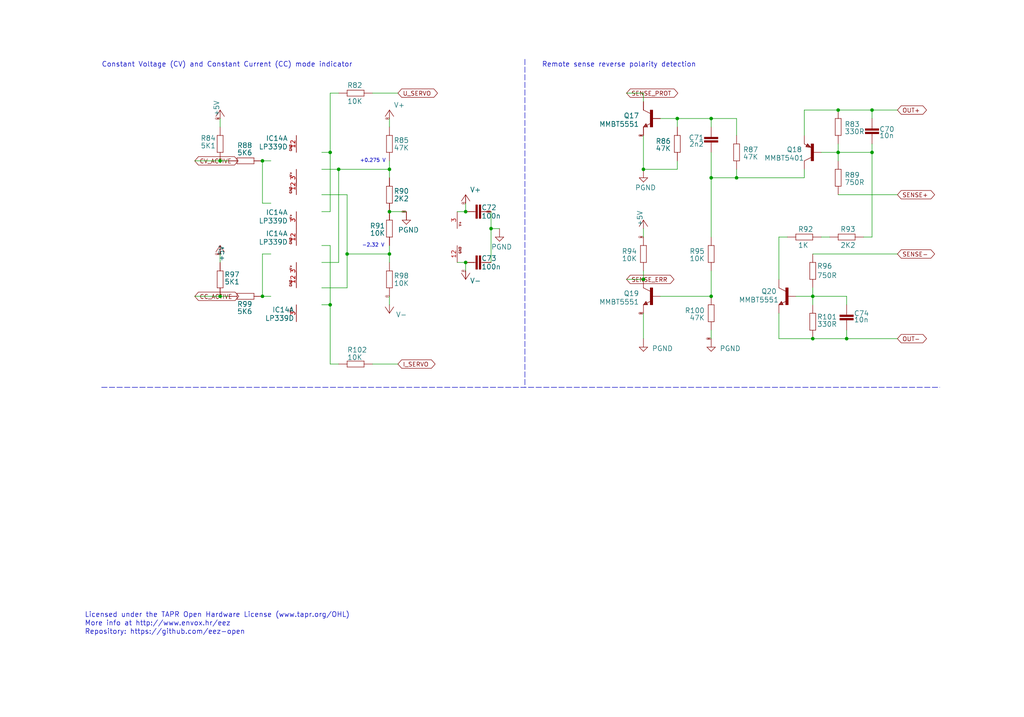
<source format=kicad_sch>
(kicad_sch (version 20210406) (generator eeschema)
  (paper "User" 307.213 215.087)
  (title_block (title "EEZ PSU consolidated") (rev "r5B13a") (comment 4 "CC/CV indicators, Sense error detection"))
  (lib_symbols
    (symbol "EEZ_PSU_consolidated_r5B13a-eagle-import:+5V" (power) (pin_names (offset 1.016))
      (property "Value" "+5V" (at -2.54 -5.08 90))
      (symbol "+5V_1_0"
        (polyline (pts (xy 0 0) (xy -1.27 -1.905)))
        (polyline (pts (xy 1.27 -1.905) (xy 0 0)))
        (pin power_in line (at 0 -2.54 90) (length 2.54) (name "+5V") (number "1"))
      )
    )
    (symbol "EEZ_PSU_consolidated_r5B13a-eagle-import:-NPN-SOT23-BEC" (pin_names (offset 1.016))
      (property "Reference" "T" (at -10.16 7.62 0))
      (property "Value" "-NPN-SOT23-BEC" (at -10.16 5.08 0))
      (symbol "-NPN-SOT23-BEC_1_0"
        (rectangle (start -0.254 -2.54) (end 0.508 2.54) (fill (type outline)))
        (polyline (pts (xy 1.27 -2.54) (xy 1.778 -1.524)))
        (polyline (pts (xy 1.524 -2.413) (xy 2.286 -2.413)))
        (polyline (pts (xy 1.524 -2.286) (xy 1.905 -2.286)))
        (polyline (pts (xy 1.524 -2.032) (xy 0.3048 -1.4224)))
        (polyline (pts (xy 1.778 -1.778) (xy 1.524 -2.286)))
        (polyline (pts (xy 1.778 -1.524) (xy 2.54 -2.54)))
        (polyline (pts (xy 1.905 -2.286) (xy 1.778 -2.032)))
        (polyline (pts (xy 2.286 -2.413) (xy 1.778 -1.778)))
        (polyline (pts (xy 2.54 -2.54) (xy 1.27 -2.54)))
        (polyline (pts (xy 2.54 2.54) (xy 0.508 1.524)))
        (pin passive line (at -2.54 0 0) (length 2.54) (name "B") (number "B"))
        (pin passive line (at 2.54 5.08 270) (length 2.54) (name "C") (number "C"))
        (pin passive line (at 2.54 -5.08 90) (length 2.54) (name "E") (number "E"))
      )
    )
    (symbol "EEZ_PSU_consolidated_r5B13a-eagle-import:-PNP-SOT23-BEC" (pin_names (offset 1.016))
      (property "Reference" "T" (at -10.16 7.62 0))
      (property "Value" "-PNP-SOT23-BEC" (at -10.16 5.08 0))
      (symbol "-PNP-SOT23-BEC_1_0"
        (rectangle (start -0.254 -2.54) (end 0.508 2.54) (fill (type outline)))
        (polyline (pts (xy 0.508 1.4732) (xy 2.0828 1.6764)))
        (polyline (pts (xy 0.762 1.651) (xy 1.778 1.778)))
        (polyline (pts (xy 1.143 1.905) (xy 1.524 1.905)))
        (polyline (pts (xy 1.524 2.159) (xy 1.143 1.905)))
        (polyline (pts (xy 1.524 2.413) (xy 0.762 1.651)))
        (polyline (pts (xy 1.5748 2.5908) (xy 0.508 1.4732)))
        (polyline (pts (xy 1.778 1.778) (xy 1.524 2.159)))
        (polyline (pts (xy 1.905 1.778) (xy 1.524 2.413)))
        (polyline (pts (xy 2.0828 1.6764) (xy 1.5748 2.5908)))
        (polyline (pts (xy 2.54 -2.54) (xy 0.508 -1.524)))
        (polyline (pts (xy 2.54 2.54) (xy 1.8034 2.1082)))
        (pin passive line (at -2.54 0 0) (length 2.54) (name "B") (number "B"))
        (pin passive line (at 2.54 -5.08 90) (length 2.54) (name "C") (number "C"))
        (pin passive line (at 2.54 5.08 270) (length 2.54) (name "E") (number "E"))
      )
    )
    (symbol "EEZ_PSU_consolidated_r5B13a-eagle-import:C-EUC0603" (pin_names (offset 1.016))
      (property "Reference" "C" (at 1.524 0.381 0))
      (property "Value" "C-EUC0603" (at 1.524 -4.699 0))
      (symbol "C-EUC0603_1_0"
        (rectangle (start -2.032 -2.032) (end 2.032 -1.524) (fill (type outline)))
        (rectangle (start -2.032 -1.016) (end 2.032 -0.508) (fill (type outline)))
        (polyline (pts (xy 0 -2.54) (xy 0 -2.032)))
        (polyline (pts (xy 0 0) (xy 0 -0.508)))
        (pin passive line (at 0 2.54 270) (length 2.54) (name "1") (number "1"))
        (pin passive line (at 0 -5.08 90) (length 2.54) (name "2") (number "2"))
      )
    )
    (symbol "EEZ_PSU_consolidated_r5B13a-eagle-import:C-EUC0805" (pin_names (offset 1.016))
      (property "Reference" "C" (at 1.524 0.381 0))
      (property "Value" "C-EUC0805" (at 1.524 -4.699 0))
      (symbol "C-EUC0805_1_0"
        (rectangle (start -2.032 -2.032) (end 2.032 -1.524) (fill (type outline)))
        (rectangle (start -2.032 -1.016) (end 2.032 -0.508) (fill (type outline)))
        (polyline (pts (xy 0 -2.54) (xy 0 -2.032)))
        (polyline (pts (xy 0 0) (xy 0 -0.508)))
        (pin passive line (at 0 2.54 270) (length 2.54) (name "1") (number "1"))
        (pin passive line (at 0 -5.08 90) (length 2.54) (name "2") (number "2"))
      )
    )
    (symbol "EEZ_PSU_consolidated_r5B13a-eagle-import:DINA4_L" (pin_names (offset 1.016))
      (symbol "DINA4_L_2_0"
        (text ">DRAWING_NAME" (at 17.78 19.05 0) (effects (font (size 2.54 2.54)) (justify left bottom)))
        (text ">LAST_DATE_TIME" (at 12.7 1.27 0) (effects (font (size 2.54 2.54)) (justify left bottom)))
        (text ">SHEET" (at 86.36 1.27 0) (effects (font (size 2.54 2.54)) (justify left bottom)))
        (text "Date:" (at 1.27 1.27 0) (effects (font (size 2.54 2.54)) (justify left bottom)))
        (text "Document Number:" (at 1.27 11.43 0) (effects (font (size 2.54 2.54)) (justify left bottom)))
        (text "REV:" (at 88.9 11.43 0) (effects (font (size 2.54 2.54)) (justify left bottom)))
        (text "Sheet:" (at 72.39 1.27 0) (effects (font (size 2.54 2.54)) (justify left bottom)))
        (text "TITLE:" (at 1.27 19.05 0) (effects (font (size 2.54 2.54)) (justify left bottom)))
        (polyline (pts (xy 0 0) (xy 0 5.08)))
        (polyline (pts (xy 0 0) (xy 71.12 0)))
        (polyline (pts (xy 0 5.08) (xy 0 15.24)))
        (polyline (pts (xy 0 5.08) (xy 71.12 5.08)))
        (polyline (pts (xy 0 15.24) (xy 0 22.86)))
        (polyline (pts (xy 0 22.86) (xy 0 35.56)))
        (polyline (pts (xy 0 22.86) (xy 101.6 22.86)))
        (polyline (pts (xy 71.12 0) (xy 101.6 0)))
        (polyline (pts (xy 71.12 5.08) (xy 71.12 0)))
        (polyline (pts (xy 71.12 5.08) (xy 87.63 5.08)))
        (polyline (pts (xy 87.63 5.08) (xy 101.6 5.08)))
        (polyline (pts (xy 87.63 15.24) (xy 0 15.24)))
        (polyline (pts (xy 87.63 15.24) (xy 87.63 5.08)))
        (polyline (pts (xy 101.6 5.08) (xy 101.6 0)))
        (polyline (pts (xy 101.6 15.24) (xy 87.63 15.24)))
        (polyline (pts (xy 101.6 15.24) (xy 101.6 5.08)))
        (polyline (pts (xy 101.6 22.86) (xy 101.6 15.24)))
        (polyline (pts (xy 101.6 35.56) (xy 0 35.56)))
        (polyline (pts (xy 101.6 35.56) (xy 101.6 22.86)))
      )
    )
    (symbol "EEZ_PSU_consolidated_r5B13a-eagle-import:GND" (power) (pin_names (offset 1.016))
      (property "Value" "GND" (at -1.905 -3.175 0))
      (symbol "GND_1_0"
        (polyline (pts (xy -1.27 0) (xy 1.27 0)))
        (polyline (pts (xy 0 -1.27) (xy -1.27 0)))
        (polyline (pts (xy 1.27 0) (xy 0 -1.27)))
        (pin power_in line (at 0 2.54 270) (length 2.54) (name "GND") (number "1"))
      )
    )
    (symbol "EEZ_PSU_consolidated_r5B13a-eagle-import:LM339SO14" (pin_names (offset 1.016))
      (property "Reference" "IC" (at 2.54 3.175 0))
      (property "Value" "LM339SO14" (at 2.54 -5.08 0))
      (symbol "LM339SO14_1_0"
        (text "GND" (at 1.27 -5.08 900) (effects (font (size 0.6858 0.6858)) (justify left bottom)))
        (text "V+" (at 1.27 3.175 900) (effects (font (size 0.6858 0.6858)) (justify left bottom)))
        (pin power_in line (at 0 -7.62 90) (length 5.08) (name "GND") (number "12"))
        (pin power_in line (at 0 7.62 270) (length 5.08) (name "V+") (number "3"))
      )
      (symbol "LM339SO14_2_0"
        (polyline (pts (xy -5.08 -5.08) (xy 5.08 0)))
        (polyline (pts (xy -5.08 5.08) (xy -5.08 -5.08)))
        (polyline (pts (xy -4.445 -2.54) (xy -3.175 -2.54)))
        (polyline (pts (xy -4.445 2.54) (xy -3.175 2.54)))
        (polyline (pts (xy -3.81 3.175) (xy -3.81 1.905)))
        (polyline (pts (xy 5.08 0) (xy -5.08 5.08)))
        (pin open_collector line (at 7.62 0 180) (length 2.54) (name "OUT") (number "1"))
        (pin input line (at -7.62 -2.54 0) (length 2.54) (name "-IN") (number "6"))
        (pin input line (at -7.62 2.54 0) (length 2.54) (name "+IN") (number "7"))
      )
      (symbol "LM339SO14_3_0"
        (polyline (pts (xy -5.08 -5.08) (xy 5.08 0)))
        (polyline (pts (xy -5.08 5.08) (xy -5.08 -5.08)))
        (polyline (pts (xy -4.445 -2.54) (xy -3.175 -2.54)))
        (polyline (pts (xy -4.445 2.54) (xy -3.175 2.54)))
        (polyline (pts (xy -3.81 3.175) (xy -3.81 1.905)))
        (polyline (pts (xy 5.08 0) (xy -5.08 5.08)))
        (pin open_collector line (at 7.62 0 180) (length 2.54) (name "OUT") (number "2"))
        (pin input line (at -7.62 -2.54 0) (length 2.54) (name "-IN") (number "4"))
        (pin input line (at -7.62 2.54 0) (length 2.54) (name "+IN") (number "5"))
      )
      (symbol "LM339SO14_4_0"
        (polyline (pts (xy -5.08 -5.08) (xy 5.08 0)))
        (polyline (pts (xy -5.08 5.08) (xy -5.08 -5.08)))
        (polyline (pts (xy -4.445 -2.54) (xy -3.175 -2.54)))
        (polyline (pts (xy -4.445 2.54) (xy -3.175 2.54)))
        (polyline (pts (xy -3.81 3.175) (xy -3.81 1.905)))
        (polyline (pts (xy 5.08 0) (xy -5.08 5.08)))
        (pin open_collector line (at 7.62 0 180) (length 2.54) (name "OUT") (number "14"))
        (pin input line (at -7.62 -2.54 0) (length 2.54) (name "-IN") (number "8"))
        (pin input line (at -7.62 2.54 0) (length 2.54) (name "+IN") (number "9"))
      )
      (symbol "LM339SO14_5_0"
        (polyline (pts (xy -5.08 -5.08) (xy 5.08 0)))
        (polyline (pts (xy -5.08 5.08) (xy -5.08 -5.08)))
        (polyline (pts (xy -4.445 -2.54) (xy -3.175 -2.54)))
        (polyline (pts (xy -4.445 2.54) (xy -3.175 2.54)))
        (polyline (pts (xy -3.81 3.175) (xy -3.81 1.905)))
        (polyline (pts (xy 5.08 0) (xy -5.08 5.08)))
        (pin input line (at -7.62 -2.54 0) (length 2.54) (name "-IN") (number "10"))
        (pin input line (at -7.62 2.54 0) (length 2.54) (name "+IN") (number "11"))
        (pin open_collector line (at 7.62 0 180) (length 2.54) (name "OUT") (number "13"))
      )
    )
    (symbol "EEZ_PSU_consolidated_r5B13a-eagle-import:R-EU_R0805" (pin_names (offset 1.016))
      (property "Reference" "R" (at -3.81 1.4986 0))
      (property "Value" "R-EU_R0805" (at -3.81 -3.302 0))
      (symbol "R-EU_R0805_1_0"
        (polyline (pts (xy -2.54 -0.889) (xy -2.54 0.889)))
        (polyline (pts (xy -2.54 -0.889) (xy 2.54 -0.889)))
        (polyline (pts (xy 2.54 -0.889) (xy 2.54 0.889)))
        (polyline (pts (xy 2.54 0.889) (xy -2.54 0.889)))
        (pin passive line (at -5.08 0 0) (length 2.54) (name "1") (number "1"))
        (pin passive line (at 5.08 0 180) (length 2.54) (name "2") (number "2"))
      )
    )
    (symbol "EEZ_PSU_consolidated_r5B13a-eagle-import:V+" (power) (pin_names (offset 1.016))
      (property "Value" "V+" (at -1.27 1.27 0))
      (symbol "V+_1_0"
        (polyline (pts (xy 0 0) (xy -1.27 -1.905)))
        (polyline (pts (xy 1.27 -1.905) (xy 0 0)))
        (pin power_in line (at 0 -2.54 90) (length 2.54) (name "V+") (number "1"))
      )
    )
    (symbol "EEZ_PSU_consolidated_r5B13a-eagle-import:V-" (power) (pin_names (offset 1.016))
      (property "Value" "V-" (at -1.27 -2.54 0))
      (symbol "V-_1_0"
        (polyline (pts (xy -1.27 1.905) (xy 0 0)))
        (polyline (pts (xy 0 0) (xy 1.27 1.905)))
        (pin power_in line (at 0 2.54 270) (length 2.54) (name "V-") (number "1"))
      )
    )
  )
  (junction (at 66.04 48.26) (diameter 0.9144))
  (junction (at 66.04 88.9) (diameter 0.9144))
  (junction (at 78.74 48.26) (diameter 0.9144))
  (junction (at 78.74 88.9) (diameter 0.9144))
  (junction (at 99.06 45.72) (diameter 0.9144))
  (junction (at 99.06 91.44) (diameter 0.9144))
  (junction (at 101.6 50.8) (diameter 0.9144))
  (junction (at 104.14 76.2) (diameter 0.9144))
  (junction (at 116.84 50.8) (diameter 0.9144))
  (junction (at 116.84 63.5) (diameter 0.9144))
  (junction (at 116.84 76.2) (diameter 0.9144))
  (junction (at 139.7 63.5) (diameter 0.9144))
  (junction (at 139.7 78.74) (diameter 0.9144))
  (junction (at 147.32 68.58) (diameter 0.9144))
  (junction (at 193.04 50.8) (diameter 0.9144))
  (junction (at 193.04 83.82) (diameter 0.9144))
  (junction (at 203.2 35.56) (diameter 0.9144))
  (junction (at 213.36 35.56) (diameter 0.9144))
  (junction (at 213.36 53.34) (diameter 0.9144))
  (junction (at 213.36 88.9) (diameter 0.9144))
  (junction (at 220.98 53.34) (diameter 0.9144))
  (junction (at 243.84 88.9) (diameter 0.9144))
  (junction (at 243.84 101.6) (diameter 0.9144))
  (junction (at 251.46 33.02) (diameter 0.9144))
  (junction (at 251.46 45.72) (diameter 0.9144))
  (junction (at 254 101.6) (diameter 0.9144))
  (junction (at 261.62 33.02) (diameter 0.9144))
  (junction (at 261.62 45.72) (diameter 0.9144))
  (wire (pts (xy 58.42 88.9) (xy 66.04 88.9)))
  (wire (pts (xy 66.04 35.56) (xy 66.04 38.1)))
  (wire (pts (xy 66.04 48.26) (xy 58.42 48.26)))
  (wire (pts (xy 66.04 76.2) (xy 66.04 78.74)))
  (wire (pts (xy 68.58 48.26) (xy 66.04 48.26)))
  (wire (pts (xy 68.58 88.9) (xy 66.04 88.9)))
  (wire (pts (xy 78.74 60.96) (xy 78.74 48.26)))
  (wire (pts (xy 78.74 76.2) (xy 78.74 88.9)))
  (wire (pts (xy 81.28 48.26) (xy 78.74 48.26)))
  (wire (pts (xy 81.28 60.96) (xy 78.74 60.96)))
  (wire (pts (xy 81.28 76.2) (xy 78.74 76.2)))
  (wire (pts (xy 81.28 88.9) (xy 78.74 88.9)))
  (wire (pts (xy 96.52 45.72) (xy 99.06 45.72)))
  (wire (pts (xy 96.52 50.8) (xy 101.6 50.8)))
  (wire (pts (xy 96.52 58.42) (xy 104.14 58.42)))
  (wire (pts (xy 96.52 73.66) (xy 99.06 73.66)))
  (wire (pts (xy 99.06 27.94) (xy 99.06 45.72)))
  (wire (pts (xy 99.06 45.72) (xy 99.06 63.5)))
  (wire (pts (xy 99.06 63.5) (xy 96.52 63.5)))
  (wire (pts (xy 99.06 73.66) (xy 99.06 91.44)))
  (wire (pts (xy 99.06 91.44) (xy 96.52 91.44)))
  (wire (pts (xy 99.06 109.22) (xy 99.06 91.44)))
  (wire (pts (xy 101.6 27.94) (xy 99.06 27.94)))
  (wire (pts (xy 101.6 50.8) (xy 101.6 78.74)))
  (wire (pts (xy 101.6 50.8) (xy 116.84 50.8)))
  (wire (pts (xy 101.6 78.74) (xy 96.52 78.74)))
  (wire (pts (xy 101.6 109.22) (xy 99.06 109.22)))
  (wire (pts (xy 104.14 58.42) (xy 104.14 76.2)))
  (wire (pts (xy 104.14 76.2) (xy 104.14 86.36)))
  (wire (pts (xy 104.14 76.2) (xy 116.84 76.2)))
  (wire (pts (xy 104.14 86.36) (xy 96.52 86.36)))
  (wire (pts (xy 111.76 27.94) (xy 119.38 27.94)))
  (wire (pts (xy 111.76 109.22) (xy 119.38 109.22)))
  (wire (pts (xy 116.84 35.56) (xy 116.84 38.1)))
  (wire (pts (xy 116.84 50.8) (xy 116.84 48.26)))
  (wire (pts (xy 116.84 53.34) (xy 116.84 50.8)))
  (wire (pts (xy 116.84 76.2) (xy 116.84 73.66)))
  (wire (pts (xy 116.84 78.74) (xy 116.84 76.2)))
  (wire (pts (xy 116.84 88.9) (xy 116.84 91.44)))
  (wire (pts (xy 121.92 63.5) (xy 116.84 63.5)))
  (wire (pts (xy 139.7 60.96) (xy 139.7 63.5)))
  (wire (pts (xy 139.7 63.5) (xy 137.16 63.5)))
  (wire (pts (xy 139.7 78.74) (xy 137.16 78.74)))
  (wire (pts (xy 139.7 81.28) (xy 139.7 78.74)))
  (wire (pts (xy 147.32 63.5) (xy 147.32 68.58)))
  (wire (pts (xy 147.32 68.58) (xy 147.32 78.74)))
  (wire (pts (xy 149.86 68.58) (xy 147.32 68.58)))
  (wire (pts (xy 193.04 27.94) (xy 187.96 27.94)))
  (wire (pts (xy 193.04 30.48) (xy 193.04 27.94)))
  (wire (pts (xy 193.04 40.64) (xy 193.04 50.8)))
  (wire (pts (xy 193.04 71.12) (xy 193.04 68.58)))
  (wire (pts (xy 193.04 81.28) (xy 193.04 83.82)))
  (wire (pts (xy 193.04 83.82) (xy 187.96 83.82)))
  (wire (pts (xy 193.04 93.98) (xy 193.04 101.6)))
  (wire (pts (xy 198.12 35.56) (xy 203.2 35.56)))
  (wire (pts (xy 203.2 35.56) (xy 213.36 35.56)))
  (wire (pts (xy 203.2 38.1) (xy 203.2 35.56)))
  (wire (pts (xy 203.2 48.26) (xy 203.2 50.8)))
  (wire (pts (xy 203.2 50.8) (xy 193.04 50.8)))
  (wire (pts (xy 213.36 35.56) (xy 220.98 35.56)))
  (wire (pts (xy 213.36 38.1) (xy 213.36 35.56)))
  (wire (pts (xy 213.36 45.72) (xy 213.36 53.34)))
  (wire (pts (xy 213.36 53.34) (xy 213.36 71.12)))
  (wire (pts (xy 213.36 53.34) (xy 220.98 53.34)))
  (wire (pts (xy 213.36 81.28) (xy 213.36 88.9)))
  (wire (pts (xy 213.36 88.9) (xy 198.12 88.9)))
  (wire (pts (xy 213.36 101.6) (xy 213.36 99.06)))
  (wire (pts (xy 220.98 35.56) (xy 220.98 40.64)))
  (wire (pts (xy 220.98 53.34) (xy 220.98 50.8)))
  (wire (pts (xy 233.68 71.12) (xy 233.68 83.82)))
  (wire (pts (xy 233.68 101.6) (xy 233.68 93.98)))
  (wire (pts (xy 236.22 71.12) (xy 233.68 71.12)))
  (wire (pts (xy 238.76 88.9) (xy 243.84 88.9)))
  (wire (pts (xy 241.3 33.02) (xy 251.46 33.02)))
  (wire (pts (xy 241.3 40.64) (xy 241.3 33.02)))
  (wire (pts (xy 241.3 50.8) (xy 241.3 53.34)))
  (wire (pts (xy 241.3 53.34) (xy 220.98 53.34)))
  (wire (pts (xy 243.84 76.2) (xy 269.24 76.2)))
  (wire (pts (xy 243.84 88.9) (xy 243.84 86.36)))
  (wire (pts (xy 243.84 88.9) (xy 243.84 91.44)))
  (wire (pts (xy 243.84 88.9) (xy 254 88.9)))
  (wire (pts (xy 243.84 101.6) (xy 233.68 101.6)))
  (wire (pts (xy 246.38 45.72) (xy 251.46 45.72)))
  (wire (pts (xy 248.92 71.12) (xy 246.38 71.12)))
  (wire (pts (xy 251.46 33.02) (xy 261.62 33.02)))
  (wire (pts (xy 251.46 45.72) (xy 251.46 43.18)))
  (wire (pts (xy 251.46 45.72) (xy 251.46 48.26)))
  (wire (pts (xy 251.46 45.72) (xy 261.62 45.72)))
  (wire (pts (xy 251.46 58.42) (xy 269.24 58.42)))
  (wire (pts (xy 254 88.9) (xy 254 91.44)))
  (wire (pts (xy 254 99.06) (xy 254 101.6)))
  (wire (pts (xy 254 101.6) (xy 243.84 101.6)))
  (wire (pts (xy 254 101.6) (xy 269.24 101.6)))
  (wire (pts (xy 261.62 33.02) (xy 261.62 35.56)))
  (wire (pts (xy 261.62 33.02) (xy 269.24 33.02)))
  (wire (pts (xy 261.62 43.18) (xy 261.62 45.72)))
  (wire (pts (xy 261.62 45.72) (xy 261.62 71.12)))
  (wire (pts (xy 261.62 71.12) (xy 259.08 71.12)))
  (polyline (pts (xy 30.48 116.205) (xy 281.94 116.205)) (stroke (width 0) (type dash)))
  (polyline (pts (xy 157.48 17.78) (xy 157.48 116.205)) (stroke (width 0) (type dash)))
  (text "Licensed under the TAPR Open Hardware License (www.tapr.org/OHL)" (at 25.4 185.42 0) (effects (font (size 1.4986 1.4986)) (justify left bottom)))
  (text "More info at http://www.envox.hr/eez" (at 25.4 187.96 0) (effects (font (size 1.4986 1.4986)) (justify left bottom)))
  (text "Repository: https://github.com/eez-open" (at 25.4 190.5 0) (effects (font (size 1.4986 1.4986)) (justify left bottom)))
  (text "Constant Voltage (CV) and Constant Current (CC) mode indicator" (at 30.48 20.32 0) (effects (font (size 1.4986 1.4986)) (justify left bottom)))
  (text "+0.275 V" (at 107.95 48.895 0) (effects (font (size 1.0668 1.0668)) (justify left bottom)))
  (text "-2.32 V" (at 108.585 74.295 0) (effects (font (size 1.0668 1.0668)) (justify left bottom)))
  (text "Remote sense reverse polarity detection" (at 162.56 20.32 0) (effects (font (size 1.4986 1.4986)) (justify left bottom)))
  (global_label "CV_ACTIVE" (shape bidirectional) (at 58.42 48.26 0) (property "Intersheet References" "${INTERSHEET_REFS}" (effects hide)))
  (global_label "CC_ACTIVE" (shape bidirectional) (at 58.42 88.9 0) (property "Intersheet References" "${INTERSHEET_REFS}" (effects hide)))
  (global_label "+5V" (shape bidirectional) (at 66.04 35.56 180) (effects (font (size 0.254 0.254))) (property "Intersheet References" "${INTERSHEET_REFS}" (effects hide)))
  (global_label "+5V" (shape bidirectional) (at 66.04 76.2 180) (effects (font (size 0.254 0.254))) (property "Intersheet References" "${INTERSHEET_REFS}" (effects hide)))
  (global_label "V+" (shape bidirectional) (at 116.84 35.56 180) (effects (font (size 0.254 0.254))) (property "Intersheet References" "${INTERSHEET_REFS}" (effects hide)))
  (global_label "V-" (shape bidirectional) (at 116.84 88.9 180) (effects (font (size 0.254 0.254))) (property "Intersheet References" "${INTERSHEET_REFS}" (effects hide)))
  (global_label "U_SERVO" (shape bidirectional) (at 119.38 27.94 0) (property "Intersheet References" "${INTERSHEET_REFS}" (effects hide)))
  (global_label "I_SERVO" (shape bidirectional) (at 119.38 109.22 0) (property "Intersheet References" "${INTERSHEET_REFS}" (effects hide)))
  (global_label "GND" (shape bidirectional) (at 121.92 63.5 180) (effects (font (size 0.254 0.254))) (property "Intersheet References" "${INTERSHEET_REFS}" (effects hide)))
  (global_label "V+" (shape bidirectional) (at 139.7 60.96 180) (effects (font (size 0.254 0.254))) (property "Intersheet References" "${INTERSHEET_REFS}" (effects hide)))
  (global_label "V-" (shape bidirectional) (at 139.7 81.28 180) (effects (font (size 0.254 0.254))) (property "Intersheet References" "${INTERSHEET_REFS}" (effects hide)))
  (global_label "GND" (shape bidirectional) (at 147.32 63.5 180) (effects (font (size 0.254 0.254))) (property "Intersheet References" "${INTERSHEET_REFS}" (effects hide)))
  (global_label "SENSE_PROT" (shape bidirectional) (at 187.96 27.94 0) (property "Intersheet References" "${INTERSHEET_REFS}" (effects hide)))
  (global_label "SENSE_ERR" (shape bidirectional) (at 187.96 83.82 0) (property "Intersheet References" "${INTERSHEET_REFS}" (effects hide)))
  (global_label "GND" (shape bidirectional) (at 193.04 40.64 180) (effects (font (size 0.254 0.254))) (property "Intersheet References" "${INTERSHEET_REFS}" (effects hide)))
  (global_label "+5V" (shape bidirectional) (at 193.04 71.12 180) (effects (font (size 0.254 0.254))) (property "Intersheet References" "${INTERSHEET_REFS}" (effects hide)))
  (global_label "GND" (shape bidirectional) (at 193.04 93.98 180) (effects (font (size 0.254 0.254))) (property "Intersheet References" "${INTERSHEET_REFS}" (effects hide)))
  (global_label "GND" (shape bidirectional) (at 213.36 101.6 180) (effects (font (size 0.254 0.254))) (property "Intersheet References" "${INTERSHEET_REFS}" (effects hide)))
  (global_label "OUT+" (shape bidirectional) (at 269.24 33.02 0) (property "Intersheet References" "${INTERSHEET_REFS}" (effects hide)))
  (global_label "SENSE+" (shape bidirectional) (at 269.24 58.42 0) (property "Intersheet References" "${INTERSHEET_REFS}" (effects hide)))
  (global_label "SENSE-" (shape bidirectional) (at 269.24 76.2 0) (property "Intersheet References" "${INTERSHEET_REFS}" (effects hide)))
  (global_label "OUT-" (shape bidirectional) (at 269.24 101.6 0) (property "Intersheet References" "${INTERSHEET_REFS}" (effects hide)))
  (symbol (lib_id "EEZ_PSU_consolidated_r5B13a-eagle-import:DINA4_L") (at 22.86 193.04 0)
    (property "Reference" "#FRAME5" (effects hide))
    (property "Value" "DINA4_L" (effects hide))
  )
  (symbol (lib_id "EEZ_PSU_consolidated_r5B13a-eagle-import:+5V") (at 66.04 33.02 0) (mirror y)
    (property "Reference" "#P+013" (effects hide))
    (property "Value" "+5V" (at 64.135 34.925 90) (effects (font (size 1.4986 1.4986)) (justify left bottom)))
  )
  (symbol (lib_id "EEZ_PSU_consolidated_r5B13a-eagle-import:+5V") (at 66.04 73.66 0) (mirror y)
    (property "Reference" "#P+030" (effects hide))
    (property "Value" "+5V" (at 67.31 73.66 90) (effects (font (size 1.4986 1.4986)) (justify right top)))
  )
  (symbol (lib_id "EEZ_PSU_consolidated_r5B13a-eagle-import:V+") (at 116.84 33.02 0)
    (property "Reference" "#P+05" (effects hide))
    (property "Value" "V+" (at 118.11 32.385 0) (effects (font (size 1.4986 1.4986)) (justify left bottom)))
  )
  (symbol (lib_id "EEZ_PSU_consolidated_r5B13a-eagle-import:V-") (at 116.84 93.98 0)
    (property "Reference" "#P-05" (effects hide))
    (property "Value" "V-" (at 118.745 95.25 0) (effects (font (size 1.4986 1.4986)) (justify left bottom)))
  )
  (symbol (lib_id "EEZ_PSU_consolidated_r5B13a-eagle-import:V+") (at 139.7 58.42 0)
    (property "Reference" "#P+018" (effects hide))
    (property "Value" "V+" (at 140.97 57.785 0) (effects (font (size 1.4986 1.4986)) (justify left bottom)))
  )
  (symbol (lib_id "EEZ_PSU_consolidated_r5B13a-eagle-import:V-") (at 139.7 83.82 0)
    (property "Reference" "#P-06" (effects hide))
    (property "Value" "V-" (at 140.97 85.09 0) (effects (font (size 1.4986 1.4986)) (justify left bottom)))
  )
  (symbol (lib_id "EEZ_PSU_consolidated_r5B13a-eagle-import:+5V") (at 193.04 66.04 0) (mirror y)
    (property "Reference" "#P+031" (effects hide))
    (property "Value" "+5V" (at 191.135 67.945 90) (effects (font (size 1.4986 1.4986)) (justify left bottom)))
  )
  (symbol (lib_id "EEZ_PSU_consolidated_r5B13a-eagle-import:GND") (at 121.92 66.04 0)
    (property "Reference" "#SUPPLY01" (effects hide))
    (property "Value" "PGND" (at 119.38 69.85 0) (effects (font (size 1.4986 1.4986)) (justify left bottom)))
  )
  (symbol (lib_id "EEZ_PSU_consolidated_r5B13a-eagle-import:GND") (at 149.86 71.12 0)
    (property "Reference" "#SUPPLY026" (effects hide))
    (property "Value" "PGND" (at 147.32 74.93 0) (effects (font (size 1.4986 1.4986)) (justify left bottom)))
  )
  (symbol (lib_id "EEZ_PSU_consolidated_r5B13a-eagle-import:GND") (at 193.04 53.34 0)
    (property "Reference" "#SUPPLY035" (effects hide))
    (property "Value" "PGND" (at 190.5 57.15 0) (effects (font (size 1.4986 1.4986)) (justify left bottom)))
  )
  (symbol (lib_id "EEZ_PSU_consolidated_r5B13a-eagle-import:GND") (at 193.04 104.14 0)
    (property "Reference" "#SUPPLY036" (effects hide))
    (property "Value" "PGND" (at 195.58 105.41 0) (effects (font (size 1.4986 1.4986)) (justify left bottom)))
  )
  (symbol (lib_id "EEZ_PSU_consolidated_r5B13a-eagle-import:GND") (at 213.36 104.14 0)
    (property "Reference" "#SUPPLY033" (effects hide))
    (property "Value" "PGND" (at 215.9 105.41 0) (effects (font (size 1.4986 1.4986)) (justify left bottom)))
  )
  (symbol (lib_id "EEZ_PSU_consolidated_r5B13a-eagle-import:R-EU_R0805") (at 66.04 43.18 270) (mirror x)
    (property "Reference" "R84" (at 64.77 42.3164 90) (effects (font (size 1.4986 1.4986)) (justify right top)))
    (property "Value" "5K1" (at 64.77 44.577 90) (effects (font (size 1.4986 1.4986)) (justify right top)))
    (property "Footprint" "EEZ PSU consolidated r5B13a:R0805" (effects hide))
  )
  (symbol (lib_id "EEZ_PSU_consolidated_r5B13a-eagle-import:R-EU_R0805") (at 66.04 83.82 270) (mirror x)
    (property "Reference" "R97" (at 67.31 81.5086 90) (effects (font (size 1.4986 1.4986)) (justify left bottom)))
    (property "Value" "5K1" (at 67.31 83.693 90) (effects (font (size 1.4986 1.4986)) (justify left bottom)))
    (property "Footprint" "EEZ PSU consolidated r5B13a:R0805" (effects hide))
  )
  (symbol (lib_id "EEZ_PSU_consolidated_r5B13a-eagle-import:R-EU_R0805") (at 73.66 48.26 0) (mirror y)
    (property "Reference" "R88" (at 71.12 42.7736 0) (effects (font (size 1.4986 1.4986)) (justify right top)))
    (property "Value" "5K6" (at 71.12 44.958 0) (effects (font (size 1.4986 1.4986)) (justify right top)))
    (property "Footprint" "EEZ PSU consolidated r5B13a:R0805" (effects hide))
  )
  (symbol (lib_id "EEZ_PSU_consolidated_r5B13a-eagle-import:R-EU_R0805") (at 73.66 88.9 0) (mirror y)
    (property "Reference" "R99" (at 71.12 90.3986 0) (effects (font (size 1.4986 1.4986)) (justify right top)))
    (property "Value" "5K6" (at 71.12 92.583 0) (effects (font (size 1.4986 1.4986)) (justify right top)))
    (property "Footprint" "EEZ PSU consolidated r5B13a:R0805" (effects hide))
  )
  (symbol (lib_id "EEZ_PSU_consolidated_r5B13a-eagle-import:R-EU_R0805") (at 106.68 27.94 180)
    (property "Reference" "R82" (at 104.14 26.4414 0) (effects (font (size 1.4986 1.4986)) (justify right top)))
    (property "Value" "10K" (at 104.14 31.242 0) (effects (font (size 1.4986 1.4986)) (justify right top)))
    (property "Footprint" "EEZ PSU consolidated r5B13a:R0805" (effects hide))
  )
  (symbol (lib_id "EEZ_PSU_consolidated_r5B13a-eagle-import:R-EU_R0805") (at 106.68 109.22 180)
    (property "Reference" "R102" (at 104.14 105.8164 0) (effects (font (size 1.4986 1.4986)) (justify right top)))
    (property "Value" "10K" (at 104.14 108.077 0) (effects (font (size 1.4986 1.4986)) (justify right top)))
    (property "Footprint" "EEZ PSU consolidated r5B13a:R0805" (effects hide))
  )
  (symbol (lib_id "EEZ_PSU_consolidated_r5B13a-eagle-import:R-EU_R0805") (at 116.84 43.18 90)
    (property "Reference" "R85" (at 118.11 42.9514 90) (effects (font (size 1.4986 1.4986)) (justify right top)))
    (property "Value" "47K" (at 118.11 45.212 90) (effects (font (size 1.4986 1.4986)) (justify right top)))
    (property "Footprint" "EEZ PSU consolidated r5B13a:R0805" (effects hide))
  )
  (symbol (lib_id "EEZ_PSU_consolidated_r5B13a-eagle-import:R-EU_R0805") (at 116.84 58.42 90)
    (property "Reference" "R90" (at 118.11 58.1914 90) (effects (font (size 1.4986 1.4986)) (justify right top)))
    (property "Value" "2K2" (at 118.11 60.452 90) (effects (font (size 1.4986 1.4986)) (justify right top)))
    (property "Footprint" "EEZ PSU consolidated r5B13a:R0805" (effects hide))
  )
  (symbol (lib_id "EEZ_PSU_consolidated_r5B13a-eagle-import:R-EU_R0805") (at 116.84 68.58 90)
    (property "Reference" "R91" (at 115.57 66.9036 90) (effects (font (size 1.4986 1.4986)) (justify left bottom)))
    (property "Value" "10K" (at 115.57 69.088 90) (effects (font (size 1.4986 1.4986)) (justify left bottom)))
    (property "Footprint" "EEZ PSU consolidated r5B13a:R0805" (effects hide))
  )
  (symbol (lib_id "EEZ_PSU_consolidated_r5B13a-eagle-import:R-EU_R0805") (at 116.84 83.82 90)
    (property "Reference" "R98" (at 118.11 83.5914 90) (effects (font (size 1.4986 1.4986)) (justify right top)))
    (property "Value" "10K" (at 118.11 85.852 90) (effects (font (size 1.4986 1.4986)) (justify right top)))
    (property "Footprint" "EEZ PSU consolidated r5B13a:R0805" (effects hide))
  )
  (symbol (lib_id "EEZ_PSU_consolidated_r5B13a-eagle-import:R-EU_R0805") (at 193.04 76.2 90)
    (property "Reference" "R94" (at 191.135 74.5236 90) (effects (font (size 1.4986 1.4986)) (justify left bottom)))
    (property "Value" "10K" (at 191.135 76.708 90) (effects (font (size 1.4986 1.4986)) (justify left bottom)))
    (property "Footprint" "EEZ PSU consolidated r5B13a:R0805" (effects hide))
  )
  (symbol (lib_id "EEZ_PSU_consolidated_r5B13a-eagle-import:R-EU_R0805") (at 203.2 43.18 90)
    (property "Reference" "R86" (at 201.295 41.5036 90) (effects (font (size 1.4986 1.4986)) (justify left bottom)))
    (property "Value" "47K" (at 201.295 43.688 90) (effects (font (size 1.4986 1.4986)) (justify left bottom)))
    (property "Footprint" "EEZ PSU consolidated r5B13a:R0805" (effects hide))
  )
  (symbol (lib_id "EEZ_PSU_consolidated_r5B13a-eagle-import:R-EU_R0805") (at 213.36 76.2 90)
    (property "Reference" "R95" (at 211.455 74.5236 90) (effects (font (size 1.4986 1.4986)) (justify left bottom)))
    (property "Value" "10K" (at 211.455 76.708 90) (effects (font (size 1.4986 1.4986)) (justify left bottom)))
    (property "Footprint" "EEZ PSU consolidated r5B13a:R0805" (effects hide))
  )
  (symbol (lib_id "EEZ_PSU_consolidated_r5B13a-eagle-import:R-EU_R0805") (at 213.36 93.98 90)
    (property "Reference" "R100" (at 211.455 92.3036 90) (effects (font (size 1.4986 1.4986)) (justify left bottom)))
    (property "Value" "47K" (at 211.455 94.488 90) (effects (font (size 1.4986 1.4986)) (justify left bottom)))
    (property "Footprint" "EEZ PSU consolidated r5B13a:R0805" (effects hide))
  )
  (symbol (lib_id "EEZ_PSU_consolidated_r5B13a-eagle-import:R-EU_R0805") (at 220.98 45.72 270) (mirror x)
    (property "Reference" "R87" (at 222.885 44.0436 90) (effects (font (size 1.4986 1.4986)) (justify left bottom)))
    (property "Value" "47K" (at 222.885 46.228 90) (effects (font (size 1.4986 1.4986)) (justify left bottom)))
    (property "Footprint" "EEZ PSU consolidated r5B13a:R0805" (effects hide))
  )
  (symbol (lib_id "EEZ_PSU_consolidated_r5B13a-eagle-import:R-EU_R0805") (at 241.3 71.12 0)
    (property "Reference" "R92" (at 239.395 69.6214 0) (effects (font (size 1.4986 1.4986)) (justify left bottom)))
    (property "Value" "1K" (at 239.395 74.422 0) (effects (font (size 1.4986 1.4986)) (justify left bottom)))
    (property "Footprint" "EEZ PSU consolidated r5B13a:R0805" (effects hide))
  )
  (symbol (lib_id "EEZ_PSU_consolidated_r5B13a-eagle-import:R-EU_R0805") (at 243.84 81.28 270) (mirror x)
    (property "Reference" "R96" (at 245.11 78.9686 90) (effects (font (size 1.4986 1.4986)) (justify left bottom)))
    (property "Value" "750R" (at 245.11 81.788 90) (effects (font (size 1.4986 1.4986)) (justify left bottom)))
    (property "Footprint" "EEZ PSU consolidated r5B13a:R0805" (effects hide))
  )
  (symbol (lib_id "EEZ_PSU_consolidated_r5B13a-eagle-import:R-EU_R0805") (at 243.84 96.52 270) (mirror x)
    (property "Reference" "R101" (at 245.11 94.2086 90) (effects (font (size 1.4986 1.4986)) (justify left bottom)))
    (property "Value" "330R" (at 245.11 96.393 90) (effects (font (size 1.4986 1.4986)) (justify left bottom)))
    (property "Footprint" "EEZ PSU consolidated r5B13a:R0805" (effects hide))
  )
  (symbol (lib_id "EEZ_PSU_consolidated_r5B13a-eagle-import:R-EU_R0805") (at 251.46 38.1 270) (mirror x)
    (property "Reference" "R83" (at 253.365 36.4236 90) (effects (font (size 1.4986 1.4986)) (justify left bottom)))
    (property "Value" "330R" (at 253.365 38.608 90) (effects (font (size 1.4986 1.4986)) (justify left bottom)))
    (property "Footprint" "EEZ PSU consolidated r5B13a:R0805" (effects hide))
  )
  (symbol (lib_id "EEZ_PSU_consolidated_r5B13a-eagle-import:R-EU_R0805") (at 251.46 53.34 270) (mirror x)
    (property "Reference" "R89" (at 253.365 51.6636 90) (effects (font (size 1.4986 1.4986)) (justify left bottom)))
    (property "Value" "750R" (at 253.365 53.848 90) (effects (font (size 1.4986 1.4986)) (justify left bottom)))
    (property "Footprint" "EEZ PSU consolidated r5B13a:R0805" (effects hide))
  )
  (symbol (lib_id "EEZ_PSU_consolidated_r5B13a-eagle-import:R-EU_R0805") (at 254 71.12 0)
    (property "Reference" "R93" (at 252.095 69.6214 0) (effects (font (size 1.4986 1.4986)) (justify left bottom)))
    (property "Value" "2K2" (at 252.095 74.422 0) (effects (font (size 1.4986 1.4986)) (justify left bottom)))
    (property "Footprint" "EEZ PSU consolidated r5B13a:R0805" (effects hide))
  )
  (symbol (lib_id "EEZ_PSU_consolidated_r5B13a-eagle-import:LM339SO14") (at 137.16 71.12 0)
    (property "Reference" "IC14" (effects hide))
    (property "Value" "LP339D" (effects hide))
    (property "Footprint" "EEZ PSU consolidated r5B13a:SOIC127P600X175-14N" (effects hide))
  )
  (symbol (lib_id "EEZ_PSU_consolidated_r5B13a-eagle-import:C-EUC0603") (at 144.78 63.5 270)
    (property "Reference" "C72" (at 144.399 63.119 90) (effects (font (size 1.4986 1.4986)) (justify left bottom)))
    (property "Value" "100n" (at 144.399 65.659 90) (effects (font (size 1.4986 1.4986)) (justify left bottom)))
    (property "Footprint" "EEZ PSU consolidated r5B13a:C0603" (effects hide))
  )
  (symbol (lib_id "EEZ_PSU_consolidated_r5B13a-eagle-import:C-EUC0603") (at 144.78 78.74 270)
    (property "Reference" "C73" (at 144.399 78.359 90) (effects (font (size 1.4986 1.4986)) (justify left bottom)))
    (property "Value" "100n" (at 144.399 80.899 90) (effects (font (size 1.4986 1.4986)) (justify left bottom)))
    (property "Footprint" "EEZ PSU consolidated r5B13a:C0603" (effects hide))
  )
  (symbol (lib_id "EEZ_PSU_consolidated_r5B13a-eagle-import:C-EUC0805") (at 213.36 40.64 0) (mirror y)
    (property "Reference" "C71" (at 211.201 42.164 0) (effects (font (size 1.4986 1.4986)) (justify left bottom)))
    (property "Value" "2n2" (at 211.201 44.069 0) (effects (font (size 1.4986 1.4986)) (justify left bottom)))
    (property "Footprint" "EEZ PSU consolidated r5B13a:C0805" (effects hide))
  )
  (symbol (lib_id "EEZ_PSU_consolidated_r5B13a-eagle-import:C-EUC0805") (at 254 93.98 0)
    (property "Reference" "C74" (at 256.159 94.869 0) (effects (font (size 1.4986 1.4986)) (justify left bottom)))
    (property "Value" "10n" (at 256.159 96.774 0) (effects (font (size 1.4986 1.4986)) (justify left bottom)))
    (property "Footprint" "EEZ PSU consolidated r5B13a:C0805" (effects hide))
  )
  (symbol (lib_id "EEZ_PSU_consolidated_r5B13a-eagle-import:C-EUC0805") (at 261.62 38.1 0)
    (property "Reference" "C70" (at 263.779 39.624 0) (effects (font (size 1.4986 1.4986)) (justify left bottom)))
    (property "Value" "10n" (at 263.779 41.529 0) (effects (font (size 1.4986 1.4986)) (justify left bottom)))
    (property "Footprint" "EEZ PSU consolidated r5B13a:C0805" (effects hide))
  )
  (symbol (lib_id "EEZ_PSU_consolidated_r5B13a-eagle-import:-NPN-SOT23-BEC") (at 195.58 35.56 0) (mirror y)
    (property "Reference" "Q17" (at 191.77 35.56 0) (effects (font (size 1.4986 1.4986)) (justify left bottom)))
    (property "Value" "MMBT5551" (at 191.77 38.1 0) (effects (font (size 1.4986 1.4986)) (justify left bottom)))
    (property "Footprint" "EEZ PSU consolidated r5B13a:SOT23-BEC" (effects hide))
  )
  (symbol (lib_id "EEZ_PSU_consolidated_r5B13a-eagle-import:-NPN-SOT23-BEC") (at 195.58 88.9 0) (mirror y)
    (property "Reference" "Q19" (at 191.77 88.9 0) (effects (font (size 1.4986 1.4986)) (justify left bottom)))
    (property "Value" "MMBT5551" (at 191.77 91.44 0) (effects (font (size 1.4986 1.4986)) (justify left bottom)))
    (property "Footprint" "EEZ PSU consolidated r5B13a:SOT23-BEC" (effects hide))
  )
  (symbol (lib_id "EEZ_PSU_consolidated_r5B13a-eagle-import:-NPN-SOT23-BEC") (at 236.22 88.9 0) (mirror y)
    (property "Reference" "Q20" (at 233.045 88.265 0) (effects (font (size 1.4986 1.4986)) (justify left bottom)))
    (property "Value" "MMBT5551" (at 233.68 90.805 0) (effects (font (size 1.4986 1.4986)) (justify left bottom)))
    (property "Footprint" "EEZ PSU consolidated r5B13a:SOT23-BEC" (effects hide))
  )
  (symbol (lib_id "EEZ_PSU_consolidated_r5B13a-eagle-import:-PNP-SOT23-BEC") (at 243.84 45.72 0) (mirror y)
    (property "Reference" "Q18" (at 240.665 45.72 0) (effects (font (size 1.4986 1.4986)) (justify left bottom)))
    (property "Value" "MMBT5401" (at 241.3 48.26 0) (effects (font (size 1.4986 1.4986)) (justify left bottom)))
    (property "Footprint" "EEZ PSU consolidated r5B13a:SOT23-BEC" (effects hide))
  )
  (symbol (lib_id "EEZ_PSU_consolidated_r5B13a-eagle-import:LM339SO14") (at 88.9 48.26 180)
    (property "Reference" "IC14" (at 86.36 40.64 0) (effects (font (size 1.4986 1.4986)) (justify left bottom)))
    (property "Value" "LP339D" (at 86.36 43.18 0) (effects (font (size 1.4986 1.4986)) (justify left bottom)))
    (property "Footprint" "EEZ PSU consolidated r5B13a:SOIC127P600X175-14N" (effects hide))
  )
  (symbol (lib_id "EEZ_PSU_consolidated_r5B13a-eagle-import:LM339SO14") (at 88.9 60.96 180)
    (property "Reference" "IC14" (at 86.36 62.865 0) (effects (font (size 1.4986 1.4986)) (justify left bottom)))
    (property "Value" "LP339D" (at 86.36 65.405 0) (effects (font (size 1.4986 1.4986)) (justify left bottom)))
    (property "Footprint" "EEZ PSU consolidated r5B13a:SOIC127P600X175-14N" (effects hide))
  )
  (symbol (lib_id "EEZ_PSU_consolidated_r5B13a-eagle-import:LM339SO14") (at 88.9 76.2 180)
    (property "Reference" "IC14" (at 86.36 69.215 0) (effects (font (size 1.4986 1.4986)) (justify left bottom)))
    (property "Value" "LP339D" (at 86.36 71.755 0) (effects (font (size 1.4986 1.4986)) (justify left bottom)))
    (property "Footprint" "EEZ PSU consolidated r5B13a:SOIC127P600X175-14N" (effects hide))
  )
  (symbol (lib_id "EEZ_PSU_consolidated_r5B13a-eagle-import:LM339SO14") (at 88.9 88.9 180)
    (property "Reference" "IC14" (at 88.265 92.075 0) (effects (font (size 1.4986 1.4986)) (justify left bottom)))
    (property "Value" "LP339D" (at 88.265 94.615 0) (effects (font (size 1.4986 1.4986)) (justify left bottom)))
    (property "Footprint" "EEZ PSU consolidated r5B13a:SOIC127P600X175-14N" (effects hide))
  )
)
</source>
